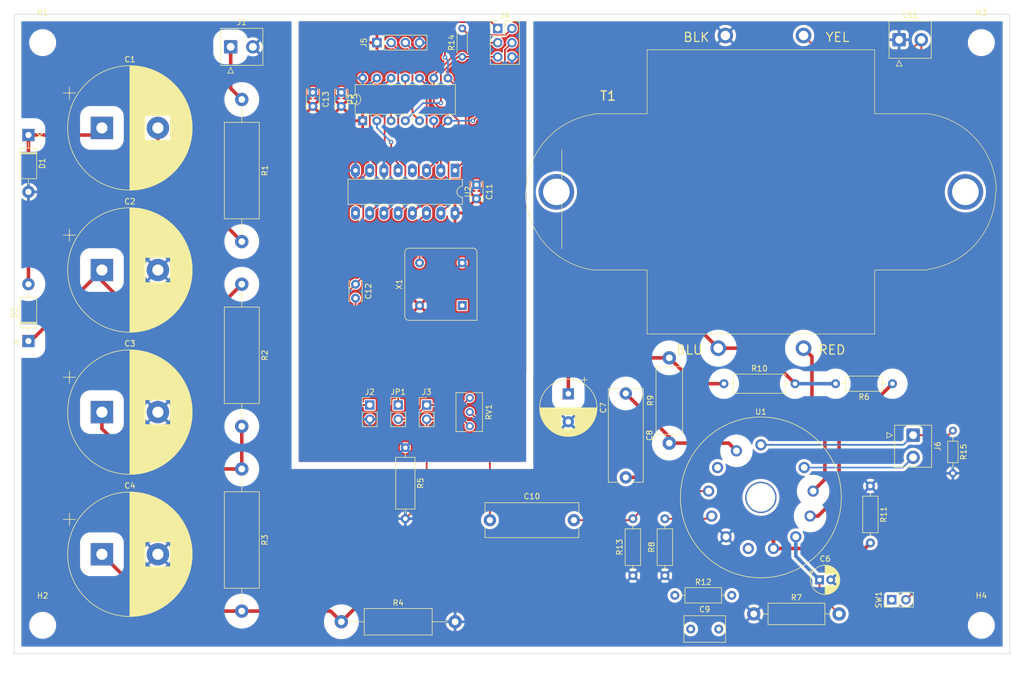
<source format=kicad_pcb>
(kicad_pcb (version 20221018) (generator pcbnew)
  (layers (0 "F.Cu" signal) (31 "B.Cu" signal) (34 "B.Paste" user) (35 "F.Paste" user) (36 "B.SilkS" user "B.Silkscreen") (37 "F.SilkS" user "F.Silkscreen") (38 "B.Mask" user) (39 "F.Mask" user) (44 "Edge.Cuts" user))
  (net 0 "")
  (net 1 "/HT_M1")
  (net 2 "/HTX")
  (net 3 "/HT_M2")
  (net 4 "Earth")
  (net 5 "/HT_M3")
  (net 6 "HT")
  (net 7 "/HT_IN")
  (net 8 "GND")
  (net 9 "+5V")
  (net 10 "Net-(J2-Pin_1)")
  (net 11 "Net-(JP1-A)")
  (net 12 "Net-(J3-Pin_1)")
  (net 13 "/MISO")
  (net 14 "VCC")
  (net 15 "/SCL")
  (net 16 "/MOSI")
  (net 17 "/nRESET")
  (net 18 "/RXD")
  (net 19 "/TXD")
  (net 20 "Net-(C10-Pad1)")
  (net 21 "Net-(U2-D0)")
  (net 23 "Net-(U2-nWE)")
  (net 24 "Net-(SW1-B)")
  (net 25 "Net-(U2-D7)")
  (net 26 "Net-(U2-D6)")
  (net 27 "Net-(U2-D5)")
  (net 28 "Net-(U2-D4)")
  (net 29 "/CLK")
  (net 31 "/HT_OUT")
  (net 32 "Net-(J6-Pin_1)")
  (net 33 "/HTP")
  (net 34 "Net-(U1A-G1)")
  (net 35 "Net-(U1A-K1)")
  (net 36 "Net-(U1B-G2)")
  (net 37 "Net-(U1B-K2)")
  (net 38 "/HTPRE")
  (net 39 "Net-(SW1-A)")
  (net 40 "Net-(J6-Pin_2)")
  (net 41 "/HT_G")
  (footprint "Resistor_THT:R_Axial_DIN0309_L9.0mm_D3.2mm_P12.70mm_Horizontal" (layer "F.Cu") (at 152.146 91.44)
    (fp_text reference "R10" (at 6.35 -2.72) (layer "F.SilkS"))
    (fp_text value "47k")
    (pad "1" thru_hole circle (at 0 0) (size 1.6 1.6) (drill 0.8) (layers "*.Cu" "*.Mask") (net 38 "/HTPRE"))
    (pad "2" thru_hole oval (at 12.7 0) (size 1.6 1.6) (drill 0.8) (layers "*.Cu" "*.Mask") (net 6 "HT"))
  )
  (footprint "Connector_PinHeader_2.54mm:PinHeader_2x03_P2.54mm_Vertical" (layer "F.Cu") (at 111.755 27.955)
    (fp_text reference "J4" (at 1.27 -2.33) (layer "F.SilkS"))
    (fp_text value "AVR-ISP-6")
    (pad "1" thru_hole rect (at 0 0) (size 1.7 1.7) (drill 1) (layers "*.Cu" "*.Mask") (net 13 "/MISO"))
    (pad "2" thru_hole oval (at 2.54 0) (size 1.7 1.7) (drill 1) (layers "*.Cu" "*.Mask") (net 14 "VCC"))
    (pad "3" thru_hole oval (at 0 2.54) (size 1.7 1.7) (drill 1) (layers "*.Cu" "*.Mask") (net 15 "/SCL"))
    (pad "4" thru_hole oval (at 2.54 2.54) (size 1.7 1.7) (drill 1) (layers "*.Cu" "*.Mask") (net 16 "/MOSI"))
    (pad "5" thru_hole oval (at 0 5.08) (size 1.7 1.7) (drill 1) (layers "*.Cu" "*.Mask") (net 17 "/nRESET"))
    (pad "6" thru_hole oval (at 2.54 5.08) (size 1.7 1.7) (drill 1) (layers "*.Cu" "*.Mask") (net 8 "GND"))
  )
  (footprint "Package_DIP:DIP-16_W7.62mm_LongPads" (layer "F.Cu") (at 104.125 53.325 -90)
    (fp_text reference "U2" (at 3.81 -2.33 90) (layer "F.SilkS"))
    (fp_text value "SN76489")
    (pad "1" thru_hole rect (at 0 0 270) (size 2.4 1.6) (drill 0.8) (layers "*.Cu" "*.Mask") (net 13 "/MISO"))
    (pad "2" thru_hole oval (at 0 2.54 270) (size 2.4 1.6) (drill 0.8) (layers "*.Cu" "*.Mask") (net 16 "/MOSI"))
    (pad "3" thru_hole oval (at 0 5.08 270) (size 2.4 1.6) (drill 0.8) (layers "*.Cu" "*.Mask") (net 21 "Net-(U2-D0)"))
    (pad "4" thru_hole oval (at 0 7.62 270) (size 2.4 1.6) (drill 0.8) (layers "*.Cu" "*.Mask"))
    (pad "5" thru_hole oval (at 0 10.16 270) (size 2.4 1.6) (drill 0.8) (layers "*.Cu" "*.Mask") (net 23 "Net-(U2-nWE)"))
    (pad "6" thru_hole oval (at 0 12.7 270) (size 2.4 1.6) (drill 0.8) (layers "*.Cu" "*.Mask") (net 8 "GND"))
    (pad "7" thru_hole oval (at 0 15.24 270) (size 2.4 1.6) (drill 0.8) (layers "*.Cu" "*.Mask") (net 10 "Net-(J2-Pin_1)"))
    (pad "8" thru_hole oval (at 0 17.78 270) (size 2.4 1.6) (drill 0.8) (layers "*.Cu" "*.Mask") (net 8 "GND"))
    (pad "9" thru_hole oval (at 7.62 17.78 270) (size 2.4 1.6) (drill 0.8) (layers "*.Cu" "*.Mask"))
    (pad "10" thru_hole oval (at 7.62 15.24 270) (size 2.4 1.6) (drill 0.8) (layers "*.Cu" "*.Mask") (net 25 "Net-(U2-D7)"))
    (pad "11" thru_hole oval (at 7.62 12.7 270) (size 2.4 1.6) (drill 0.8) (layers "*.Cu" "*.Mask") (net 26 "Net-(U2-D6)"))
    (pad "12" thru_hole oval (at 7.62 10.16 270) (size 2.4 1.6) (drill 0.8) (layers "*.Cu" "*.Mask") (net 27 "Net-(U2-D5)"))
    (pad "13" thru_hole oval (at 7.62 7.62 270) (size 2.4 1.6) (drill 0.8) (layers "*.Cu" "*.Mask") (net 28 "Net-(U2-D4)"))
    (pad "14" thru_hole oval (at 7.62 5.08 270) (size 2.4 1.6) (drill 0.8) (layers "*.Cu" "*.Mask") (net 29 "/CLK"))
    (pad "15" thru_hole oval (at 7.62 2.54 270) (size 2.4 1.6) (drill 0.8) (layers "*.Cu" "*.Mask") (net 15 "/SCL"))
    (pad "16" thru_hole oval (at 7.62 0 270) (size 2.4 1.6) (drill 0.8) (layers "*.Cu" "*.Mask") (net 9 "+5V"))
  )
  (footprint "Resistor_THT:R_Axial_DIN0617_L17.0mm_D6.0mm_P25.40mm_Horizontal" (layer "F.Cu") (at 66.04 106.68 -90)
    (fp_text reference "R3" (at 12.7 -4.12 90) (layer "F.SilkS"))
    (fp_text value "200 ohm 5W")
    (pad "1" thru_hole circle (at 0 0 270) (size 2.4 2.4) (drill 1.2) (layers "*.Cu" "*.Mask") (net 5 "/HT_M3"))
    (pad "2" thru_hole oval (at 25.4 0 270) (size 2.4 2.4) (drill 1.2) (layers "*.Cu" "*.Mask") (net 6 "HT"))
  )
  (footprint "Capacitor_THT:C_Disc_D3.4mm_W2.1mm_P2.50mm" (layer "F.Cu") (at 83.82 39.37 -90)
    (fp_text reference "C5" (at 1.25 -2.3 90) (layer "F.SilkS"))
    (fp_text value "0.1uF")
    (pad "1" thru_hole circle (at 0 0 270) (size 1.6 1.6) (drill 0.8) (layers "*.Cu" "*.Mask") (net 8 "GND"))
    (pad "2" thru_hole circle (at 2.5 0 270) (size 1.6 1.6) (drill 0.8) (layers "*.Cu" "*.Mask") (net 9 "+5V"))
  )
  (footprint "Connector_TE-Connectivity:TE_826576-2_1x02_P3.96mm_Vertical" (layer "F.Cu") (at 183.44 29.9625)
    (fp_text reference "LS1" (at 1.98 -4.4) (layer "F.SilkS"))
    (fp_text value "Speaker")
    (pad "1" thru_hole roundrect (at 0 0) (size 2.4 2.4) (drill 1.4) (layers "*.Cu" "*.Mask") (roundrect_rratio 0.104167) (net 4 "Earth"))
    (pad "2" thru_hole circle (at 3.96 0) (size 2.4 2.4) (drill 1.4) (layers "*.Cu" "*.Mask") (net 24 "Net-(SW1-B)"))
  )
  (footprint "Resistor_THT:R_Axial_DIN0617_L17.0mm_D6.0mm_P25.40mm_Horizontal" (layer "F.Cu") (at 66.04 40.64 -90)
    (fp_text reference "R1" (at 12.7 -4.12 90) (layer "F.SilkS"))
    (fp_text value "120 ohm 5W")
    (pad "1" thru_hole circle (at 0 0 270) (size 2.4 2.4) (drill 1.2) (layers "*.Cu" "*.Mask") (net 7 "/HT_IN"))
    (pad "2" thru_hole oval (at 25.4 0 270) (size 2.4 2.4) (drill 1.2) (layers "*.Cu" "*.Mask") (net 2 "/HTX"))
  )
  (footprint "my_trans:MPS-OT8SE" (layer "F.Cu") (at 158.75 57.15)
    (fp_text reference "T1" (at -27.305 -17.145 unlocked) (layer "F.SilkS") (effects (font (size 1.651 1.651) (thickness 0.2286))))
    (fp_text value "AES_PT-31")
    (fp_text user "BLK" (at -13.97 -26.67 unlocked) (layer "F.SilkS") (effects (font (size 1.651 1.651) (thickness 0.2032)) (justify left bottom)))
    (fp_text user "BLU" (at -15.24 29.21 unlocked) (layer "F.SilkS") (effects (font (size 1.651 1.651) (thickness 0.2032)) (justify left bottom)))
    (fp_text user "RED" (at 10.16 29.21 unlocked) (layer "F.SilkS") (effects (font (size 1.651 1.651) (thickness 0.2032)) (justify left bottom)))
    (fp_text user "YEL" (at 11.43 -26.67 unlocked) (layer "F.SilkS") (effects (font (size 1.651 1.651) (thickness 0.2032)) (justify left bottom)))
    (pad "1" thru_hole circle (at -7.62 27.94) (size 2.794 2.794) (drill 1.7018) (layers "*.Cu" "*.Mask") (net 6 "HT"))
    (pad "2" thru_hole circle (at 7.62 27.94) (size 2.794 2.794) (drill 1.7018) (layers "*.Cu" "*.Mask") (net 31 "/HT_OUT"))
    (pad "3" thru_hole circle (at -6.35 -27.94) (size 2.794 2.794) (drill 1.7018) (layers "*.Cu" "*.Mask") (net 4 "Earth"))
    (pad "4" thru_hole circle (at 7.62 -27.94) (size 2.794 2.794) (drill 1.7018) (layers "*.Cu" "*.Mask") (net 24 "Net-(SW1-B)"))
    (pad "5" thru_hole circle (at 36.5252 0) (size 6.35 6.35) (drill 4.7498) (layers "*.Cu" "*.Mask"))
    (pad "6" thru_hole circle (at -36.5252 0) (size 6.35 6.35) (drill 4.7498) (layers "*.Cu" "*.Mask"))
  )
  (footprint "Capacitor_THT:C_Disc_D3.4mm_W2.1mm_P2.50mm" (layer "F.Cu") (at 78.74 39.37 -90)
    (fp_text reference "C13" (at 1.25 -2.3 90) (layer "F.SilkS"))
    (fp_text value "2.2uF")
    (pad "1" thru_hole circle (at 0 0 270) (size 1.6 1.6) (drill 0.8) (layers "*.Cu" "*.Mask") (net 8 "GND"))
    (pad "2" thru_hole circle (at 2.5 0 270) (size 1.6 1.6) (drill 0.8) (layers "*.Cu" "*.Mask") (net 9 "+5V"))
  )
  (footprint "Connector_PinHeader_2.54mm:PinHeader_1x02_P2.54mm_Vertical" (layer "F.Cu") (at 88.9 95.25)
    (fp_text reference "J2" (at 0 -2.33) (layer "F.SilkS"))
    (fp_text value "Conn_01x02")
    (pad "1" thru_hole rect (at 0 0) (size 1.7 1.7) (drill 1) (layers "*.Cu" "*.Mask") (net 10 "Net-(J2-Pin_1)"))
    (pad "2" thru_hole oval (at 0 2.54) (size 1.7 1.7) (drill 1) (layers "*.Cu" "*.Mask") (net 8 "GND"))
  )
  (footprint "Connector_TE-Connectivity:TE_826576-2_1x02_P3.96mm_Vertical" (layer "F.Cu") (at 64.06 31.2325)
    (fp_text reference "J1" (at 1.98 -4.4) (layer "F.SilkS"))
    (fp_text value "Conn_01x02")
    (pad "1" thru_hole roundrect (at 0 0) (size 2.4 2.4) (drill 1.4) (layers "*.Cu" "*.Mask") (roundrect_rratio 0.104167) (net 7 "/HT_IN"))
    (pad "2" thru_hole circle (at 3.96 0) (size 2.4 2.4) (drill 1.4) (layers "*.Cu" "*.Mask") (net 4 "Earth"))
  )
  (footprint "Resistor_THT:R_Axial_DIN0617_L17.0mm_D6.0mm_P25.40mm_Horizontal" (layer "F.Cu") (at 66.04 73.66 -90)
    (fp_text reference "R2" (at 12.7 -4.12 90) (layer "F.SilkS"))
    (fp_text value "200 ohm 5W")
    (pad "1" thru_hole circle (at 0 0 270) (size 2.4 2.4) (drill 1.2) (layers "*.Cu" "*.Mask") (net 3 "/HT_M2"))
    (pad "2" thru_hole oval (at 25.4 0 270) (size 2.4 2.4) (drill 1.2) (layers "*.Cu" "*.Mask") (net 5 "/HT_M3"))
  )
  (footprint "Oscillator:Oscillator_DIP-8" (layer "F.Cu") (at 105.41 77.47 90)
    (fp_text reference "X1" (at 3.81 -11.26 90) (layer "F.SilkS"))
    (fp_text value "CXO_DIP8")
    (pad "1" thru_hole rect (at 0 0 90) (size 1.6 1.6) (drill 0.8) (layers "*.Cu" "*.Mask"))
    (pad "4" thru_hole circle (at 7.62 0 90) (size 1.6 1.6) (drill 0.8) (layers "*.Cu" "*.Mask") (net 8 "GND"))
    (pad "5" thru_hole circle (at 7.62 -7.62 90) (size 1.6 1.6) (drill 0.8) (layers "*.Cu" "*.Mask") (net 29 "/CLK"))
    (pad "8" thru_hole circle (at 0 -7.62 90) (size 1.6 1.6) (drill 0.8) (layers "*.Cu" "*.Mask") (net 9 "+5V"))
  )
  (footprint "Capacitor_THT:CP_Radial_D10.0mm_P5.00mm" (layer "F.Cu") (at 124.3584 93.2434 -90)
    (fp_text reference "C7" (at 2.5 -6.25 90) (layer "F.SilkS"))
    (fp_text value "10uF 450V")
    (pad "1" thru_hole rect (at 0 0 270) (size 2 2) (drill 1) (layers "*.Cu" "*.Mask") (net 38 "/HTPRE"))
    (pad "2" thru_hole circle (at 5 0 270) (size 2 2) (drill 1) (layers "*.Cu" "*.Mask") (net 4 "Earth"))
  )
  (footprint "Capacitor_THT:CP_Radial_D22.0mm_P10.00mm_SnapIn" (layer "F.Cu") (at 41.062169 71.12)
    (fp_text reference "C2" (at 5 -12.25) (layer "F.SilkS"))
    (fp_text value "100u 400V")
    (pad "1" thru_hole rect (at 0 0) (size 4 4) (drill 2) (layers "*.Cu" "*.Mask") (net 3 "/HT_M2"))
    (pad "2" thru_hole circle (at 10 0) (size 4 4) (drill 2) (layers "*.Cu" "*.Mask") (net 4 "Earth"))
  )
  (footprint "Package_DIP:DIP-14_W7.62mm" (layer "F.Cu") (at 87.625 44.44 90)
    (fp_text reference "U3" (at 3.81 -2.33 90) (layer "F.SilkS"))
    (fp_text value "ATtiny84A-P")
    (pad "1" thru_hole rect (at 0 0 90) (size 1.6 1.6) (drill 0.8) (layers "*.Cu" "*.Mask") (net 9 "+5V"))
    (pad "2" thru_hole oval (at 0 2.54 90) (size 1.6 1.6) (drill 0.8) (layers "*.Cu" "*.Mask") (net 23 "Net-(U2-nWE)"))
    (pad "3" thru_hole oval (at 0 5.08 90) (size 1.6 1.6) (drill 0.8) (layers "*.Cu" "*.Mask") (net 18 "/RXD"))
    (pad "4" thru_hole oval (at 0 7.62 90) (size 1.6 1.6) (drill 0.8) (layers "*.Cu" "*.Mask") (net 17 "/nRESET"))
    (pad "5" thru_hole oval (at 0 10.16 90) (size 1.6 1.6) (drill 0.8) (layers "*.Cu" "*.Mask") (net 19 "/TXD"))
    (pad "6" thru_hole oval (at 0 12.7 90) (size 1.6 1.6) (drill 0.8) (layers "*.Cu" "*.Mask") (net 21 "Net-(U2-D0)"))
    (pad "7" thru_hole oval (at 0 15.24 90) (size 1.6 1.6) (drill 0.8) (layers "*.Cu" "*.Mask") (net 16 "/MOSI"))
    (pad "8" thru_hole oval (at 7.62 15.24 90) (size 1.6 1.6) (drill 0.8) (layers "*.Cu" "*.Mask") (net 13 "/MISO"))
    (pad "9" thru_hole oval (at 7.62 12.7 90) (size 1.6 1.6) (drill 0.8) (layers "*.Cu" "*.Mask") (net 15 "/SCL"))
    (pad "10" thru_hole oval (at 7.62 10.16 90) (size 1.6 1.6) (drill 0.8) (layers "*.Cu" "*.Mask") (net 28 "Net-(U2-D4)"))
    (pad "11" thru_hole oval (at 7.62 7.62 90) (size 1.6 1.6) (drill 0.8) (layers "*.Cu" "*.Mask") (net 27 "Net-(U2-D5)"))
    (pad "12" thru_hole oval (at 7.62 5.08 90) (size 1.6 1.6) (drill 0.8) (layers "*.Cu" "*.Mask") (net 26 "Net-(U2-D6)"))
    (pad "13" thru_hole oval (at 7.62 2.54 90) (size 1.6 1.6) (drill 0.8) (layers "*.Cu" "*.Mask") (net 25 "Net-(U2-D7)"))
    (pad "14" thru_hole oval (at 7.62 0 90) (size 1.6 1.6) (drill 0.8) (layers "*.Cu" "*.Mask") (net 8 "GND"))
  )
  (footprint "Capacitor_THT:C_Rect_L16.5mm_W6.0mm_P15.00mm_MKT" (layer "F.Cu") (at 134.62 93.1786 -90)
    (fp_text reference "C8" (at 7.5 -4.25 90) (layer "F.SilkS"))
    (fp_text value "0.22uF 400V")
    (pad "1" thru_hole circle (at 0 0 270) (size 2.2 2.2) (drill 1.1) (layers "*.Cu" "*.Mask") (net 33 "/HTP"))
    (pad "2" thru_hole circle (at 15 0 270) (size 2.2 2.2) (drill 1.1) (layers "*.Cu" "*.Mask") (net 36 "Net-(U1B-G2)"))
  )
  (footprint "Resistor_THT:R_Axial_DIN0207_L6.3mm_D2.5mm_P10.16mm_Horizontal" (layer "F.Cu") (at 182.245 91.44 180)
    (fp_text reference "R6" (at 5.08 -2.37) (layer "F.SilkS"))
    (fp_text value "1K")
    (pad "1" thru_hole circle (at 0 0 180) (size 1.6 1.6) (drill 0.8) (layers "*.Cu" "*.Mask") (net 41 "/HT_G"))
    (pad "2" thru_hole oval (at 10.16 0 180) (size 1.6 1.6) (drill 0.8) (layers "*.Cu" "*.Mask") (net 6 "HT"))
  )
  (footprint "Capacitor_THT:C_Rect_L7.2mm_W4.5mm_P5.00mm_FKS2_FKP2_MKS2_MKP2" (layer "F.Cu") (at 146.217 135.2804)
    (fp_text reference "C9" (at 2.5 -3.5) (layer "F.SilkS"))
    (fp_text value "330pF 100V")
    (pad "1" thru_hole circle (at 0 0) (size 1.6 1.6) (drill 0.8) (layers "*.Cu" "*.Mask") (net 35 "Net-(U1A-K1)"))
    (pad "2" thru_hole circle (at 5 0) (size 1.6 1.6) (drill 0.8) (layers "*.Cu" "*.Mask") (net 39 "Net-(SW1-A)"))
  )
  (footprint "MountingHole:MountingHole_4.3mm_M4" (layer "F.Cu") (at 30.48 134.62)
    (fp_text reference "H2" (at 0 -5.3) (layer "F.SilkS"))
    (fp_text value "MountingHole")
    (pad "" np_thru_hole circle (at 0 0) (size 4.3 4.3) (drill 4.3) (layers "*.Cu" "*.Mask"))
  )
  (footprint "Diode_THT:D_DO-41_SOD81_P10.16mm_Horizontal" (layer "F.Cu") (at 27.94 46.99 -90)
    (fp_text reference "D1" (at 5.08 -2.47 90) (layer "F.SilkS"))
    (fp_text value "1N4007")
    (fp_text user "K" (at 0 -2.1 90) (layer "F.SilkS"))
    (pad "1" thru_hole rect (at 0 0 270) (size 2.2 2.2) (drill 1.1) (layers "*.Cu" "*.Mask") (net 1 "/HT_M1"))
    (pad "2" thru_hole oval (at 10.16 0 270) (size 2.2 2.2) (drill 1.1) (layers "*.Cu" "*.Mask") (net 4 "Earth"))
  )
  (footprint "MountingHole:MountingHole_4.3mm_M4" (layer "F.Cu") (at 30.48 30.48)
    (fp_text reference "H1" (at 0 -5.3) (layer "F.SilkS"))
    (fp_text value "MountingHole")
    (pad "" np_thru_hole circle (at 0 0) (size 4.3 4.3) (drill 4.3) (layers "*.Cu" "*.Mask"))
  )
  (footprint "Capacitor_THT:CP_Radial_D5.0mm_P2.00mm" (layer "F.Cu") (at 169.224887 126.492)
    (fp_text reference "C6" (at 1 -3.75) (layer "F.SilkS"))
    (fp_text value "100uF 16V")
    (pad "1" thru_hole rect (at 0 0) (size 1.6 1.6) (drill 0.8) (layers "*.Cu" "*.Mask") (net 37 "Net-(U1B-K2)"))
    (pad "2" thru_hole circle (at 2 0) (size 1.6 1.6) (drill 0.8) (layers "*.Cu" "*.Mask") (net 4 "Earth"))
  )
  (footprint "Resistor_THT:R_Axial_DIN0414_L11.9mm_D4.5mm_P15.24mm_Horizontal" (layer "F.Cu") (at 142.3924 102.0572 90)
    (fp_text reference "R9" (at 7.62 -3.37 90) (layer "F.SilkS"))
    (fp_text value "120K")
    (pad "1" thru_hole circle (at 0 0 90) (size 2.4 2.4) (drill 1.2) (layers "*.Cu" "*.Mask") (net 33 "/HTP"))
    (pad "2" thru_hole oval (at 15.24 0 90) (size 2.4 2.4) (drill 1.2) (layers "*.Cu" "*.Mask") (net 38 "/HTPRE"))
  )
  (footprint "my_tubes:Compactron_PCB" (layer "F.Cu") (at 158.75 111.76)
    (fp_text reference "U1" (at 0 -15.295) (layer "F.SilkS"))
    (fp_text value "6T9")
    (pad "1" thru_hole oval (at 0 -9.4) (size 2 2) (drill 1.2) (layers "*.Cu" "*.Mask") (net 32 "Net-(J6-Pin_1)"))
    (pad "2" thru_hole oval (at -4.368397 -8.323286) (size 2 2) (drill 1.2) (layers "*.Cu" "*.Mask") (net 33 "/HTP"))
    (pad "3" thru_hole oval (at -7.736048 -5.339808) (size 2 2) (drill 1.2) (layers "*.Cu" "*.Mask"))
    (pad "4" thru_hole oval (at -9.331463 -1.133044) (size 2 2) (drill 1.2) (layers "*.Cu" "*.Mask") (net 34 "Net-(U1A-G1)"))
    (pad "5" thru_hole oval (at -8.789152 3.333285) (size 2 2) (drill 1.2) (layers "*.Cu" "*.Mask") (net 35 "Net-(U1A-K1)"))
    (pad "6" thru_hole oval (at -6.233352 7.036001) (size 2 2) (drill 1.2) (layers "*.Cu" "*.Mask") (net 4 "Earth"))
    (pad "7" thru_hole oval (at -2.249567 9.126853) (size 2 2) (drill 1.2) (layers "*.Cu" "*.Mask"))
    (pad "8" thru_hole oval (at 2.249567 9.126853) (size 2 2) (drill 1.2) (layers "*.Cu" "*.Mask") (net 36 "Net-(U1B-G2)"))
    (pad "9" thru_hole oval (at 6.233352 7.036001) (size 2 2) (drill 1.2) (layers "*.Cu" "*.Mask") (net 37 "Net-(U1B-K2)"))
    (pad "10" thru_hole oval (at 8.789152 3.333285) (size 2 2) (drill 1.2) (layers "*.Cu" "*.Mask") (net 41 "/HT_G"))
    (pad "11" thru_hole oval (at 9.331463 -1.133044) (size 2 2) (drill 1.2) (layers "*.Cu" "*.Mask") (net 31 "/HT_OUT"))
    (pad "12" thru_hole oval (at 7.736048 -5.339808) (size 2 2) (drill 1.2) (layers "*.Cu" "*.Mask") (net 40 "Net-(J6-Pin_2)"))
    (pad "13" thru_hole circle (at 0 0) (size 5.588 5.588) (drill 5.08) (layers "*.Cu" "*.Mask"))
  )
  (footprint "Resistor_THT:R_Axial_DIN0414_L11.9mm_D4.5mm_P20.32mm_Horizontal" (layer "F.Cu") (at 83.82 133.985)
    (fp_text reference "R4" (at 10.16 -3.37) (layer "F.SilkS"))
    (fp_text value "47k 2W")
    (pad "1" thru_hole circle (at 0 0) (size 2.4 2.4) (drill 1.2) (layers "*.Cu" "*.Mask") (net 6 "HT"))
    (pad "2" thru_hole oval (at 20.32 0) (size 2.4 2.4) (drill 1.2) (layers "*.Cu" "*.Mask") (net 4 "Earth"))
  )
  (footprint "Capacitor_THT:CP_Radial_D22.0mm_P10.00mm_SnapIn" (layer "F.Cu") (at 41.062169 96.52)
    (fp_text reference "C3" (at 5 -12.25) (layer "F.SilkS"))
    (fp_text value "100u 400V")
    (pad "1" thru_hole rect (at 0 0) (size 4 4) (drill 2) (layers "*.Cu" "*.Mask") (net 5 "/HT_M3"))
    (pad "2" thru_hole circle (at 10 0) (size 4 4) (drill 2) (layers "*.Cu" "*.Mask") (net 4 "Earth"))
  )
  (footprint "MountingHole:MountingHole_4.3mm_M4" (layer "F.Cu") (at 198.12 30.48)
    (fp_text reference "H3" (at 0 -5.3) (layer "F.SilkS"))
    (fp_text value "MountingHole")
    (pad "" np_thru_hole circle (at 0 0) (size 4.3 4.3) (drill 4.3) (layers "*.Cu" "*.Mask"))
  )
  (footprint "Diode_THT:D_DO-41_SOD81_P10.16mm_Horizontal" (layer "F.Cu") (at 27.94 83.82 90)
    (fp_text reference "D2" (at 5.08 -2.47 90) (layer "F.SilkS"))
    (fp_text value "1N4007")
    (fp_text user "K" (at 0 -2.1 90) (layer "F.SilkS"))
    (pad "1" thru_hole rect (at 0 0 90) (size 2.2 2.2) (drill 1.1) (layers "*.Cu" "*.Mask") (net 3 "/HT_M2"))
    (pad "2" thru_hole oval (at 10.16 0 90) (size 2.2 2.2) (drill 1.1) (layers "*.Cu" "*.Mask") (net 1 "/HT_M1"))
  )
  (footprint "Connector_TE-Connectivity:TE_826576-2_1x02_P3.96mm_Vertical" (layer "F.Cu") (at 185.9375 100.636 -90)
    (fp_text reference "J6" (at 1.98 -4.4 90) (layer "F.SilkS"))
    (fp_text value "Conn_01x02")
    (pad "1" thru_hole roundrect (at 0 0 270) (size 2.4 2.4) (drill 1.4) (layers "*.Cu" "*.Mask") (roundrect_rratio 0.104167) (net 32 "Net-(J6-Pin_1)"))
    (pad "2" thru_hole circle (at 3.96 0 270) (size 2.4 2.4) (drill 1.4) (layers "*.Cu" "*.Mask") (net 40 "Net-(J6-Pin_2)"))
  )
  (footprint "Resistor_THT:R_Axial_DIN0207_L6.3mm_D2.5mm_P10.16mm_Horizontal" (layer "F.Cu") (at 141.605 125.73 90)
    (fp_text reference "R8" (at 5.08 -2.37 90) (layer "F.SilkS"))
    (fp_text value "2.2K")
    (pad "1" thru_hole circle (at 0 0 90) (size 1.6 1.6) (drill 0.8) (layers "*.Cu" "*.Mask") (net 4 "Earth"))
    (pad "2" thru_hole oval (at 10.16 0 90) (size 1.6 1.6) (drill 0.8) (layers "*.Cu" "*.Mask") (net 35 "Net-(U1A-K1)"))
  )
  (footprint "Potentiometer_THT:Potentiometer_Bourns_3266Y_Vertical" (layer "F.Cu") (at 106.755 99.045 -90)
    (fp_text reference "RV1" (at -2.54 -3.41 90) (layer "F.SilkS"))
    (fp_text value "100k_audio")
    (pad "1" thru_hole circle (at 0 0 270) (size 1.44 1.44) (drill 0.8) (layers "*.Cu" "*.Mask") (net 4 "Earth"))
    (pad "2" thru_hole circle (at -2.54 0 270) (size 1.44 1.44) (drill 0.8) (layers "*.Cu" "*.Mask") (net 20 "Net-(C10-Pad1)"))
    (pad "3" thru_hole circle (at -5.08 0 270) (size 1.44 1.44) (drill 0.8) (layers "*.Cu" "*.Mask") (net 12 "Net-(J3-Pin_1)"))
  )
  (footprint "Connector_PinHeader_2.54mm:PinHeader_1x02_P2.54mm_Vertical" (layer "F.Cu") (at 93.98 95.25)
    (fp_text reference "JP1" (at 0 -2.33) (layer "F.SilkS"))
    (fp_text value "JP2")
    (pad "1" thru_hole rect (at 0 0) (size 1.7 1.7) (drill 1) (layers "*.Cu" "*.Mask") (net 11 "Net-(JP1-A)"))
    (pad "2" thru_hole oval (at 0 2.54) (size 1.7 1.7) (drill 1) (layers "*.Cu" "*.Mask") (net 12 "Net-(J3-Pin_1)"))
  )
  (footprint "Capacitor_THT:CP_Radial_D22.0mm_P10.00mm_SnapIn" (layer "F.Cu") (at 41.062169 45.72)
    (fp_text reference "C1" (at 5 -12.25) (layer "F.SilkS"))
    (fp_text value "100u 400V")
    (pad "1" thru_hole rect (at 0 0) (size 4 4) (drill 2) (layers "*.Cu" "*.Mask") (net 1 "/HT_M1"))
    (pad "2" thru_hole circle (at 10 0) (size 4 4) (drill 2) (layers "*.Cu" "*.Mask") (net 2 "/HTX"))
  )
  (footprint "Resistor_THT:R_Axial_DIN0207_L6.3mm_D2.5mm_P10.16mm_Horizontal" (layer "F.Cu") (at 178.308 109.728 -90)
    (fp_text reference "R11" (at 5.08 -2.37 90) (layer "F.SilkS"))
    (fp_text value "470K")
    (pad "1" thru_hole circle (at 0 0 270) (size 1.6 1.6) (drill 0.8) (layers "*.Cu" "*.Mask") (net 4 "Earth"))
    (pad "2" thru_hole oval (at 10.16 0 270) (size 1.6 1.6) (drill 0.8) (layers "*.Cu" "*.Mask") (net 36 "Net-(U1B-G2)"))
  )
  (footprint "Resistor_THT:R_Axial_DIN0309_L9.0mm_D3.2mm_P12.70mm_Horizontal" (layer "F.Cu") (at 95.25 102.87 -90)
    (fp_text reference "R5" (at 6.35 -2.72 90) (layer "F.SilkS"))
    (fp_text value "1")
    (pad "1" thru_hole circle (at 0 0 270) (size 1.6 1.6) (drill 0.8) (layers "*.Cu" "*.Mask") (net 8 "GND"))
    (pad "2" thru_hole oval (at 12.7 0 270) (size 1.6 1.6) (drill 0.8) (layers "*.Cu" "*.Mask") (net 4 "Earth"))
  )
  (footprint "Connector_PinHeader_2.54mm:PinHeader_1x02_P2.54mm_Vertical" (layer "F.Cu") (at 99.06 95.25)
    (fp_text reference "J3" (at 0 -2.33) (layer "F.SilkS"))
    (fp_text value "Conn_01x02")
    (pad "1" thru_hole rect (at 0 0) (size 1.7 1.7) (drill 1) (layers "*.Cu" "*.Mask") (net 12 "Net-(J3-Pin_1)"))
    (pad "2" thru_hole oval (at 0 2.54) (size 1.7 1.7) (drill 1) (layers "*.Cu" "*.Mask") (net 4 "Earth"))
  )
  (footprint "Resistor_THT:R_Axial_DIN0204_L3.6mm_D1.6mm_P5.08mm_Horizontal" (layer "F.Cu") (at 105.41 33.02 90)
    (fp_text reference "R14" (at 2.54 -1.92 90) (layer "F.SilkS"))
    (fp_text value "10k")
    (pad "1" thru_hole circle (at 0 0 90) (size 1.4 1.4) (drill 0.7) (layers "*.Cu" "*.Mask") (net 17 "/nRESET"))
    (pad "2" thru_hole oval (at 5.08 0 90) (size 1.4 1.4) (drill 0.7) (layers "*.Cu" "*.Mask") (net 14 "VCC"))
  )
  (footprint "Resistor_THT:R_Axial_DIN0204_L3.6mm_D1.6mm_P7.62mm_Horizontal" (layer "F.Cu") (at 193.04 99.822 -90)
    (fp_text reference "R15" (at 3.81 -1.92 90) (layer "F.SilkS"))
    (fp_text value "330")
    (pad "1" thru_hole circle (at 0 0 270) (size 1.4 1.4) (drill 0.7) (layers "*.Cu" "*.Mask") (net 32 "Net-(J6-Pin_1)"))
    (pad "2" thru_hole oval (at 7.62 0 270) (size 1.4 1.4) (drill 0.7) (layers "*.Cu" "*.Mask") (net 4 "Earth"))
  )
  (footprint "Capacitor_THT:C_Disc_D3.4mm_W2.1mm_P2.50mm" (layer "F.Cu") (at 86.36 73.66 -90)
    (fp_text reference "C12" (at 1.25 -2.3 90) (layer "F.SilkS"))
    (fp_text value "0.1uF")
    (pad "1" thru_hole circle (at 0 0 270) (size 1.6 1.6) (drill 0.8) (layers "*.Cu" "*.Mask") (net 10 "Net-(J2-Pin_1)"))
    (pad "2" thru_hole circle (at 2.5 0 270) (size 1.6 1.6) (drill 0.8) (layers "*.Cu" "*.Mask") (net 11 "Net-(JP1-A)"))
  )
  (footprint "Connector_PinHeader_2.54mm:PinHeader_1x02_P2.54mm_Vertical" (layer "F.Cu") (at 182.113 130.048 90)
    (fp_text reference "SW1" (at 0 -2.33 90) (layer "F.SilkS"))
    (fp_text value "SW_SPST")
    (pad "1" thru_hole rect (at 0 0 90) (size 1.7 1.7) (drill 1) (layers "*.Cu" "*.Mask") (net 39 "Net-(SW1-A)"))
    (pad "2" thru_hole oval (at 0 2.54 90) (size 1.7 1.7) (drill 1) (layers "*.Cu" "*.Mask") (net 24 "Net-(SW1-B)"))
  )
  (footprint "Capacitor_THT:C_Rect_L16.5mm_W6.0mm_P15.00mm_MKT" (layer "F.Cu") (at 110.356 115.824)
    (fp_text reference "C10" (at 7.5 -4.25) (layer "F.SilkS"))
    (fp_text value "0.22uF 400V")
    (pad "1" thru_hole circle (at 0 0) (size 2.2 2.2) (drill 1.1) (layers "*.Cu" "*.Mask") (net 20 "Net-(C10-Pad1)"))
    (pad "2" thru_hole circle (at 15 0) (size 2.2 2.2) (drill 1.1) (layers "*.Cu" "*.Mask") (net 34 "Net-(U1A-G1)"))
  )
  (footprint "Resistor_THT:R_Axial_DIN0207_L6.3mm_D2.5mm_P10.16mm_Horizontal" (layer "F.Cu") (at 135.89 125.73 90)
    (fp_text reference "R13" (at 5.08 -2.37 90) (layer "F.SilkS"))
    (fp_text value "270k")
    (pad "1" thru_hole circle (at 0 0 90) (size 1.6 1.6) (drill 0.8) (layers "*.Cu" "*.Mask") (net 4 "Earth"))
    (pad "2" thru_hole oval (at 10.16 0 90) (size 1.6 1.6) (drill 0.8) (layers "*.Cu" "*.Mask") (net 34 "Net-(U1A-G1)"))
  )
  (footprint "Connector_PinHeader_2.54mm:PinHeader_1x04_P2.54mm_Vertical" (layer "F.Cu") (at 90.17 30.48 90)
    (fp_text reference "J5" (at 0 -2.33 90) (layer "F.SilkS"))
    (fp_text value "Conn_01x04")
    (pad "1" thru_hole rect (at 0 0 90) (size 1.7 1.7) (drill 1) (layers "*.Cu" "*.Mask") (net 9 "+5V"))
    (pad "2" thru_hole oval (at 0 2.54 90) (size 1.7 1.7) (drill 1) (layers "*.Cu" "*.Mask") (net 18 "/RXD"))
    (pad "3" thru_hole oval (at 0 5.08 90) (size 1.7 1.7) (drill 1) (layers "*.Cu" "*.Mask") (net 19 "/TXD"))
    (pad "4" thru_hole oval (at 0 7.62 90) (size 1.7 1.7) (drill 1) (layers "*.Cu" "*.Mask") (net 8 "GND"))
  )
  (footprint "Capacitor_THT:C_Disc_D3.4mm_W2.1mm_P2.50mm" (layer "F.Cu") (at 107.95 55.88 -90)
    (fp_text reference "C11" (at 1.25 -2.3 90) (layer "F.SilkS"))
    (fp_text value "0.1uF")
    (pad "1" thru_hole circle (at 0 0 270) (size 1.6 1.6) (drill 0.8) (layers "*.Cu" "*.Mask") (net 8 "GND"))
    (pad "2" thru_hole circle (at 2.5 0 270) (size 1.6 1.6) (drill 0.8) (layers "*.Cu" "*.Mask") (net 9 "+5V"))
  )
  (footprint "Resistor_THT:R_Axial_DIN0411_L9.9mm_D3.6mm_P15.24mm_Horizontal" (layer "F.Cu") (at 157.48 132.588)
    (fp_text reference "R7" (at 7.62 -2.92) (layer "F.SilkS"))
    (fp_text value "270 1W")
    (pad "1" thru_hole circle (at 0 0) (size 2.4 2.4) (drill 1.2) (layers "*.Cu" "*.Mask") (net 4 "Earth"))
    (pad "2" thru_hole oval (at 15.24 0) (size 2.4 2.4) (drill 1.2) (layers "*.Cu" "*.Mask") (net 37 "Net-(U1B-K2)"))
  )
  (footprint "MountingHole:MountingHole_4.3mm_M4" (layer "F.Cu") (at 198.12 134.62)
    (fp_text reference "H4" (at 0 -5.3) (layer "F.SilkS"))
    (fp_text value "MountingHole")
    (pad "" np_thru_hole circle (at 0 0) (size 4.3 4.3) (drill 4.3) (layers "*.Cu" "*.Mask"))
  )
  (footprint "Resistor_THT:R_Axial_DIN0207_L6.3mm_D2.5mm_P10.16mm_Horizontal" (layer "F.Cu") (at 143.383 129.2606)
    (fp_text reference "R12" (at 5.08 -2.37) (layer "F.SilkS"))
    (fp_text value "33K")
    (pad "1" thru_hole circle (at 0 0) (size 1.6 1.6) (drill 0.8) (layers "*.Cu" "*.Mask") (net 35 "Net-(U1A-K1)"))
    (pad "2" thru_hole oval (at 10.16 0) (size 1.6 1.6) (drill 0.8) (layers "*.Cu" "*.Mask") (net 39 "Net-(SW1-A)"))
  )
  (footprint "Capacitor_THT:CP_Radial_D22.0mm_P10.00mm_SnapIn" (layer "F.Cu") (at 41.062169 121.92)
    (fp_text reference "C4" (at 5 -12.25) (layer "F.SilkS"))
    (fp_text value "100u 400V")
    (pad "1" thru_hole rect (at 0 0) (size 4 4) (drill 2) (layers "*.Cu" "*.Mask") (net 6 "HT"))
    (pad "2" thru_hole circle (at 10 0) (size 4 4) (drill 2) (layers "*.Cu" "*.Mask") (net 4 "Earth"))
  )
  (gr_line (start 25.4 139.7) (end 25.4 25.4) (stroke (width 0.1)) (layer "Edge.Cuts"))
  (gr_line (start 203.2 25.4) (end 203.2 139.7) (stroke (width 0.1)) (layer "Edge.Cuts"))
  (gr_line (start 25.4 25.4) (end 203.2 25.4) (stroke (width 0.1)) (layer "Edge.Cuts"))
  (gr_line (start 203.2 139.7) (end 25.4 139.7) (stroke (width 0.1)) (layer "Edge.Cuts"))
  (segment (start 27.94 69.596) (end 27.94 73.66) (width 0.635) (layer "F.Cu") (net 1))
  (segment (start 33.528 56.896) (end 33.528 64.008) (width 0.635) (layer "F.Cu") (net 1))
  (segment (start 27.94 51.308) (end 33.528 56.896) (width 0.635) (layer "F.Cu") (net 1))
  (segment (start 39.792169 46.99) (end 41.062169 45.72) (width 0.635) (layer "F.Cu") (net 1))
  (segment (start 27.94 46.99) (end 39.792169 46.99) (width 0.635) (layer "F.Cu") (net 1))
  (segment (start 27.94 46.99) (end 27.94 51.308) (width 0.635) (layer "F.Cu") (net 1))
  (segment (start 33.528 64.008) (end 27.94 69.596) (width 0.635) (layer "F.Cu") (net 1))
  (segment (start 51.062169 51.062169) (end 66.04 66.04) (width 0.635) (layer "F.Cu") (net 2))
  (segment (start 51.062169 45.72) (end 51.062169 51.062169) (width 0.635) (layer "F.Cu") (net 2))
  (segment (start 41.062169 73.066169) (end 46.736 78.74) (width 0.635) (layer "F.Cu") (net 3))
  (segment (start 28.362169 83.82) (end 41.062169 71.12) (width 0.635) (layer "F.Cu") (net 3))
  (segment (start 46.736 78.74) (end 60.96 78.74) (width 0.635) (layer "F.Cu") (net 3))
  (segment (start 41.062169 71.12) (end 41.062169 73.066169) (width 0.635) (layer "F.Cu") (net 3))
  (segment (start 60.96 78.74) (end 66.04 73.66) (width 0.635) (layer "F.Cu") (net 3))
  (segment (start 27.94 83.82) (end 28.362169 83.82) (width 0.635) (layer "F.Cu") (net 3))
  (segment (start 105.5 97.79) (end 106.755 99.045) (width 0.3048) (layer "F.Cu") (net 4))
  (segment (start 99.06 97.79) (end 99.06 111.76) (width 0.3048) (layer "F.Cu") (net 4))
  (segment (start 99.06 97.79) (end 105.5 97.79) (width 0.3048) (layer "F.Cu") (net 4))
  (segment (start 99.06 111.76) (end 95.25 115.57) (width 0.3048) (layer "F.Cu") (net 4))
  (segment (start 41.062169 96.52) (end 41.062169 99.482169) (width 0.635) (layer "F.Cu") (net 5))
  (segment (start 48.26 106.68) (end 66.04 106.68) (width 0.635) (layer "F.Cu") (net 5))
  (segment (start 66.04 99.06) (end 66.04 106.68) (width 0.635) (layer "F.Cu") (net 5))
  (segment (start 41.062169 99.482169) (end 48.26 106.68) (width 0.635) (layer "F.Cu") (net 5))
  (segment (start 111.76 124.968) (end 92.837 124.968) (width 0.635) (layer "F.Cu") (net 6))
  (segment (start 151.13 85.09) (end 158.496 85.09) (width 0.635) (layer "F.Cu") (net 6))
  (segment (start 51.222169 132.08) (end 66.04 132.08) (width 0.635) (layer "F.Cu") (net 6))
  (segment (start 41.062169 121.92) (end 51.222169 132.08) (width 0.635) (layer "F.Cu") (net 6))
  (segment (start 118.4402 118.2878) (end 111.76 124.968) (width 0.635) (layer "F.Cu") (net 6))
  (segment (start 81.915 132.08) (end 83.82 133.985) (width 0.635) (layer "F.Cu") (net 6))
  (segment (start 158.496 85.09) (end 164.846 91.44) (width 0.635) (layer "F.Cu") (net 6))
  (segment (start 145.796 79.756) (end 129.54 79.756) (width 0.635) (layer "F.Cu") (net 6))
  (segment (start 151.13 85.09) (end 145.796 79.756) (width 0.635) (layer "F.Cu") (net 6))
  (segment (start 66.04 132.08) (end 81.915 132.08) (width 0.635) (layer "F.Cu") (net 6))
  (segment (start 92.837 124.968) (end 83.82 133.985) (width 0.635) (layer "F.Cu") (net 6))
  (segment (start 118.4402 90.8558) (end 118.4402 118.2878) (width 0.635) (layer "F.Cu") (net 6))
  (segment (start 129.54 79.756) (end 118.4402 90.8558) (width 0.635) (layer "F.Cu") (net 6))
  (segment (start 164.846 91.44) (end 172.085 91.44) (width 0.635) (layer "B.Cu") (net 6))
  (segment (start 64.06 31.2325) (end 64.06 38.66) (width 0.635) (layer "F.Cu") (net 7))
  (segment (start 64.06 38.66) (end 66.04 40.64) (width 0.635) (layer "F.Cu") (net 7))
  (segment (start 86.36 73.66) (end 83.82 76.2) (width 0.3048) (layer "F.Cu") (net 10))
  (segment (start 87.76 60.04026) (end 87.7326 60.06766) (width 0.3048) (layer "F.Cu") (net 10))
  (segment (start 83.82 76.2) (end 83.82 91.44) (width 0.3048) (layer "F.Cu") (net 10))
  (segment (start 83.82 91.44) (end 87.63 95.25) (width 0.3048) (layer "F.Cu") (net 10))
  (segment (start 87.76 54.45) (end 87.76 60.04026) (width 0.3048) (layer "F.Cu") (net 10))
  (segment (start 87.7326 60.06766) (end 87.7326 61.82234) (width 0.3048) (layer "F.Cu") (net 10))
  (segment (start 87.376 62.17894) (end 87.376 72.644) (width 0.3048) (layer "F.Cu") (net 10))
  (segment (start 87.376 72.644) (end 86.36 73.66) (width 0.3048) (layer "F.Cu") (net 10))
  (segment (start 88.885 53.325) (end 87.76 54.45) (width 0.3048) (layer "F.Cu") (net 10))
  (segment (start 87.7326 61.82234) (end 87.376 62.17894) (width 0.3048) (layer "F.Cu") (net 10))
  (segment (start 87.63 95.25) (end 88.9 95.25) (width 0.3048) (layer "F.Cu") (net 10))
  (segment (start 93.98 90.17) (end 93.98 95.25) (width 0.3048) (layer "F.Cu") (net 11))
  (segment (start 86.36 82.55) (end 93.98 90.17) (width 0.3048) (layer "F.Cu") (net 11))
  (segment (start 86.36 76.16) (end 86.36 82.55) (width 0.3048) (layer "F.Cu") (net 11))
  (segment (start 99.06 95.25) (end 105.47 95.25) (width 0.3048) (layer "F.Cu") (net 12))
  (segment (start 93.98 97.79) (end 96.52 97.79) (width 0.3048) (layer "F.Cu") (net 12))
  (segment (start 96.52 97.79) (end 99.06 95.25) (width 0.3048) (layer "F.Cu") (net 12))
  (segment (start 105.47 95.25) (end 106.755 93.965) (width 0.3048) (layer "F.Cu") (net 12))
  (segment (start 104.2416 26.8224) (end 102.321992 28.742008) (width 0.3048) (layer "F.Cu") (net 13))
  (segment (start 102.865 36.82) (end 106.045 40) (width 0.3048) (layer "F.Cu") (net 13))
  (segment (start 102.321992 28.742008) (end 102.321992 33.106992) (width 0.3048) (layer "F.Cu") (net 13))
  (segment (start 106.045 51.405) (end 104.125 53.325) (width 0.3048) (layer "F.Cu") (net 13))
  (segment (start 106.045 40) (end 106.045 51.405) (width 0.3048) (layer "F.Cu") (net 13))
  (segment (start 111.755 27.955) (end 110.6224 26.8224) (width 0.3048) (layer "F.Cu") (net 13))
  (segment (start 110.6224 26.8224) (end 104.2416 26.8224) (width 0.3048) (layer "F.Cu") (net 13))
  (via (at 102.321992 33.106992) (size 0.8) (drill 0.4) (layers "F.Cu" "B.Cu") (net 13))
  (segment (start 102.865 36.82) (end 102.865 33.65) (width 0.3048) (layer "B.Cu") (net 13))
  (segment (start 102.865 33.65) (end 102.321992 33.106992) (width 0.3048) (layer "B.Cu") (net 13))
  (segment (start 110.58 29.1574) (end 110.5526 29.13) (width 0.3048) (layer "F.Cu") (net 14))
  (segment (start 110.5526 29.13) (end 106.6 29.13) (width 0.3048) (layer "F.Cu") (net 14))
  (segment (start 113.0926 29.1574) (end 110.58 29.1574) (width 0.3048) (layer "F.Cu") (net 14))
  (segment (start 114.295 27.955) (end 113.0926 29.1574) (width 0.3048) (layer "F.Cu") (net 14))
  (segment (start 106.6 29.13) (end 105.41 27.94) (width 0.3048) (layer "F.Cu") (net 14))
  (segment (start 101.278984 42.05) (end 102.373604 42.05) (width 0.3048) (layer "F.Cu") (net 15))
  (segment (start 103 49.4) (end 103 51.7726) (width 0.3048) (layer "F.Cu") (net 15))
  (segment (start 105.395 30.495) (end 103.505 32.385) (width 0.3048) (layer "F.Cu") (net 15))
  (segment (start 100.325 36.327) (end 100.325 36.82) (width 0.3048) (layer "F.Cu") (net 15))
  (segment (start 102.9726 51.8) (end 102.9726 54.85) (width 0.3048) (layer "F.Cu") (net 15))
  (segment (start 104.775 47.625) (end 103 49.4) (width 0.3048) (layer "F.Cu") (net 15))
  (segment (start 100.325 36.82) (end 100.325 41.096016) (width 0.3048) (layer "F.Cu") (net 15))
  (segment (start 103 51.7726) (end 102.9726 51.8) (width 0.3048) (layer "F.Cu") (net 15))
  (segment (start 103.505 33.147) (end 100.325 36.327) (width 0.3048) (layer "F.Cu") (net 15))
  (segment (start 104.775 44.451396) (end 104.775 47.625) (width 0.3048) (layer "F.Cu") (net 15))
  (segment (start 103 54.8774) (end 103 59.53) (width 0.3048) (layer "F.Cu") (net 15))
  (segment (start 103.505 32.385) (end 103.505 33.147) (width 0.3048) (layer "F.Cu") (net 15))
  (segment (start 103 59.53) (end 101.585 60.945) (width 0.3048) (layer "F.Cu") (net 15))
  (segment (start 102.9726 54.85) (end 103 54.8774) (width 0.3048) (layer "F.Cu") (net 15))
  (segment (start 111.755 30.495) (end 105.395 30.495) (width 0.3048) (layer "F.Cu") (net 15))
  (segment (start 102.373604 42.05) (end 104.775 44.451396) (width 0.3048) (layer "F.Cu") (net 15))
  (segment (start 100.325 41.096016) (end 101.278984 42.05) (width 0.3048) (layer "F.Cu") (net 15))
  (segment (start 114.295 30.495) (end 113.03 31.76) (width 0.3048) (layer "F.Cu") (net 16))
  (segment (start 102.865 44.44) (end 101.585 45.72) (width 0.3048) (layer "F.Cu") (net 16))
  (segment (start 101.585 45.72) (end 101.585 53.325) (width 0.3048) (layer "F.Cu") (net 16))
  (segment (start 113.03 38.735) (end 107.315 44.45) (width 0.3048) (layer "F.Cu") (net 16))
  (segment (start 113.03 31.76) (end 113.03 38.735) (width 0.3048) (layer "F.Cu") (net 16))
  (via (at 107.315 44.45) (size 0.8) (drill 0.4) (layers "F.Cu" "B.Cu") (net 16))
  (segment (start 107.315 44.45) (end 107.305 44.44) (width 0.3048) (layer "B.Cu") (net 16))
  (segment (start 107.305 44.44) (end 102.865 44.44) (width 0.3048) (layer "B.Cu") (net 16))
  (segment (start 105.41 33.02) (end 111.74 33.02) (width 0.3048) (layer "F.Cu") (net 17))
  (segment (start 111.74 33.02) (end 111.755 33.035) (width 0.3048) (layer "F.Cu") (net 17))
  (segment (start 104.607004 33.02) (end 101.6 36.027004) (width 0.3048) (layer "F.Cu") (net 17))
  (segment (start 105.41 33.02) (end 104.607004 33.02) (width 0.3048) (layer "F.Cu") (net 17))
  (segment (start 101.6 36.027004) (end 101.6 41.275) (width 0.3048) (layer "F.Cu") (net 17))
  (via (at 101.6 41.275) (size 0.8) (drill 0.4) (layers "F.Cu" "B.Cu") (net 17))
  (segment (start 98.41 41.275) (end 95.245 44.44) (width 0.3048) (layer "B.Cu") (net 17))
  (segment (start 101.6 41.275) (end 98.41 41.275) (width 0.3048) (layer "B.Cu") (net 17))
  (segment (start 92.71 30.48) (end 93.98 31.75) (width 0.3048) (layer "F.Cu") (net 18))
  (segment (start 92.705 41.28) (end 92.705 44.44) (width 0.3048) (layer "F.Cu") (net 18))
  (segment (start 93.98 40.005) (end 92.705 41.28) (width 0.3048) (layer "F.Cu") (net 18))
  (segment (start 93.98 31.75) (end 93.98 40.005) (width 0.3048) (layer "F.Cu") (net 18))
  (segment (start 96.52 31.75) (end 96.52 43.175) (width 0.3048) (layer "F.Cu") (net 19))
  (segment (start 95.25 30.48) (end 96.52 31.75) (width 0.3048) (layer "F.Cu") (net 19))
  (segment (start 96.52 43.175) (end 97.785 44.44) (width 0.3048) (layer "F.Cu") (net 19))
  (segment (start 106.755 96.505) (end 110.356 100.106) (width 0.3048) (layer "F.Cu") (net 20))
  (segment (start 110.356 100.106) (end 110.356 115.824) (width 0.3048) (layer "F.Cu") (net 20))
  (segment (start 100.325 52.045) (end 99.045 53.325) (width 0.3048) (layer "F.Cu") (net 21))
  (segment (start 100.325 44.44) (end 100.325 52.045) (width 0.3048) (layer "F.Cu") (net 21))
  (segment (start 93.965 53.325) (end 93.965 52.055) (width 0.3048) (layer "F.Cu") (net 23))
  (segment (start 93.965 52.055) (end 92.71 50.8) (width 0.3048) (layer "F.Cu") (net 23))
  (segment (start 92.71 50.8) (end 92.71 48.26) (width 0.3048) (layer "F.Cu") (net 23))
  (via (at 92.71 48.26) (size 0.8) (drill 0.4) (layers "F.Cu" "B.Cu") (net 23))
  (segment (start 92.71 48.26) (end 90.165 45.715) (width 0.3048) (layer "B.Cu") (net 23))
  (segment (start 90.165 45.715) (end 90.165 44.44) (width 0.3048) (layer "B.Cu") (net 23))
  (segment (start 197.612 95.504) (end 197.612 117.089) (width 0.3048) (layer "F.Cu") (net 24))
  (segment (start 187.4 85.292) (end 197.612 95.504) (width 0.3048) (layer "F.Cu") (net 24))
  (segment (start 173.228 36.068) (end 181.2945 36.068) (width 0.3048) (layer "F.Cu") (net 24))
  (segment (start 181.2945 36.068) (end 187.4 29.9625) (width 0.3048) (layer "F.Cu") (net 24))
  (segment (start 197.612 117.089) (end 184.653 130.048) (width 0.3048) (layer "F.Cu") (net 24))
  (segment (start 166.37 29.21) (end 173.228 36.068) (width 0.3048) (layer "F.Cu") (net 24))
  (segment (start 187.4 29.9625) (end 187.4 85.292) (width 0.3048) (layer "F.Cu") (net 24))
  (segment (start 88.9 38.085) (end 88.9 51.31026) (width 0.3048) (layer "F.Cu") (net 25))
  (segment (start 88.9 51.31026) (end 90.0374 52.44766) (width 0.3048) (layer "F.Cu") (net 25))
  (segment (start 90.165 36.82) (end 88.9 38.085) (width 0.3048) (layer "F.Cu") (net 25))
  (segment (start 90.0374 52.44766) (end 90.0374 59.7926) (width 0.3048) (layer "F.Cu") (net 25))
  (segment (start 90.0374 59.7926) (end 88.885 60.945) (width 0.3048) (layer "F.Cu") (net 25))
  (segment (start 92.5774 59.7926) (end 91.425 60.945) (width 0.3048) (layer "F.Cu") (net 26))
  (segment (start 91.5526 43.96266) (end 91.5526 51.42286) (width 0.3048) (layer "F.Cu") (net 26))
  (segment (start 92.5774 52.44766) (end 92.5774 59.7926) (width 0.3048) (layer "F.Cu") (net 26))
  (segment (start 91.5526 51.42286) (end 92.5774 52.44766) (width 0.3048) (layer "F.Cu") (net 26))
  (segment (start 92.705 36.82) (end 91.58 37.945) (width 0.3048) (layer "F.Cu") (net 26))
  (segment (start 91.58 37.945) (end 91.58 43.93526) (width 0.3048) (layer "F.Cu") (net 26))
  (segment (start 91.58 43.93526) (end 91.5526 43.96266) (width 0.3048) (layer "F.Cu") (net 26))
  (segment (start 93.98 43.647004) (end 93.98 51.31026) (width 0.3048) (layer "F.Cu") (net 27))
  (segment (start 95.25 59.66) (end 93.965 60.945) (width 0.3048) (layer "F.Cu") (net 27))
  (segment (start 95.245 36.82) (end 95.245 42.382004) (width 0.3048) (layer "F.Cu") (net 27))
  (segment (start 95.25 52.58026) (end 95.25 59.66) (width 0.3048) (layer "F.Cu") (net 27))
  (segment (start 93.98 51.31026) (end 95.25 52.58026) (width 0.3048) (layer "F.Cu") (net 27))
  (segment (start 95.245 42.382004) (end 93.98 43.647004) (width 0.3048) (layer "F.Cu") (net 27))
  (segment (start 97.785 36.82) (end 99.06 38.095) (width 0.3048) (layer "F.Cu") (net 28))
  (segment (start 97.6574 52.18873) (end 97.6574 59.7926) (width 0.3048) (layer "F.Cu") (net 28))
  (segment (start 99.06 50.78613) (end 97.6574 52.18873) (width 0.3048) (layer "F.Cu") (net 28))
  (segment (start 97.6574 59.7926) (end 96.505 60.945) (width 0.3048) (layer "F.Cu") (net 28))
  (segment (start 99.06 38.095) (end 99.06 50.78613) (width 0.3048) (layer "F.Cu") (net 28))
  (segment (start 97.79 69.85) (end 97.79 62.2) (width 0.3048) (layer "F.Cu") (net 29))
  (segment (start 97.79 62.2) (end 99.045 60.945) (width 0.3048) (layer "F.Cu") (net 29))
  (segment (start 166.37 85.09) (end 167.8685 86.5885) (width 0.635) (layer "F.Cu") (net 31))
  (segment (start 167.8685 86.5885) (end 167.8685 99.2885) (width 0.635) (layer "F.Cu") (net 31))
  (segment (start 167.8685 99.2885) (end 170.18 101.6) (width 0.635) (layer "F.Cu") (net 31))
  (segment (start 170.18 108.528419) (end 168.081463 110.626956) (width 0.635) (layer "F.Cu") (net 31))
  (segment (start 170.18 101.6) (end 170.18 108.528419) (width 0.635) (layer "F.Cu") (net 31))
  (segment (start 185.9375 100.636) (end 192.226 100.636) (width 0.3048) (layer "F.Cu") (net 32))
  (segment (start 192.226 100.636) (end 193.04 99.822) (width 0.3048) (layer "F.Cu") (net 32))
  (segment (start 184.2135 102.36) (end 185.9375 100.636) (width 0.3048) (layer "B.Cu") (net 32))
  (segment (start 158.75 102.36) (end 184.2135 102.36) (width 0.3048) (layer "B.Cu") (net 32))
  (segment (start 134.62 93.1786) (end 142.3924 100.951) (width 0.635) (layer "F.Cu") (net 33))
  (segment (start 153.002089 102.0572) (end 154.381603 103.436714) (width 0.635) (layer "F.Cu") (net 33))
  (segment (start 142.3924 102.0572) (end 153.002089 102.0572) (width 0.635) (layer "F.Cu") (net 33))
  (segment (start 142.3924 100.951) (end 142.3924 102.0572) (width 0.635) (layer "F.Cu") (net 33))
  (segment (start 140.833044 110.626956) (end 149.418537 110.626956) (width 0.3048) (layer "F.Cu") (net 34))
  (segment (start 125.356 115.824) (end 135.636 115.824) (width 0.3048) (layer "F.Cu") (net 34))
  (segment (start 135.636 115.824) (end 135.89 115.57) (width 0.3048) (layer "F.Cu") (net 34))
  (segment (start 135.89 115.57) (end 140.833044 110.626956) (width 0.3048) (layer "F.Cu") (net 34))
  (segment (start 141.605 115.57) (end 149.484133 115.57) (width 0.3048) (layer "F.Cu") (net 35))
  (segment (start 149.484133 115.57) (end 149.960848 115.093285) (width 0.3048) (layer "F.Cu") (net 35))
  (segment (start 149.705527 108.1786) (end 160.999567 119.47264) (width 0.635) (layer "F.Cu") (net 36))
  (segment (start 134.62 108.1786) (end 149.705527 108.1786) (width 0.635) (layer "F.Cu") (net 36))
  (segment (start 177.309147 120.886853) (end 160.999567 120.886853) (width 0.635) (layer "F.Cu") (net 36))
  (segment (start 178.308 119.888) (end 177.309147 120.886853) (width 0.635) (layer "F.Cu") (net 36))
  (segment (start 160.999567 119.47264) (end 160.999567 120.886853) (width 0.635) (layer "F.Cu") (net 36))
  (segment (start 169.224887 126.492) (end 169.224887 129.092887) (width 0.3048) (layer "F.Cu") (net 37))
  (segment (start 169.224887 129.092887) (end 172.72 132.588) (width 0.3048) (layer "F.Cu") (net 37))
  (segment (start 164.983352 122.250465) (end 169.224887 126.492) (width 0.635) (layer "B.Cu") (net 37))
  (segment (start 164.983352 118.796001) (end 164.983352 122.250465) (width 0.635) (layer "B.Cu") (net 37))
  (segment (start 147.0152 91.44) (end 152.146 91.44) (width 0.635) (layer "F.Cu") (net 38))
  (segment (start 142.3924 86.8172) (end 147.0152 91.44) (width 0.635) (layer "F.Cu") (net 38))
  (segment (start 124.3584 90.3224) (end 127.8636 86.8172) (width 0.635) (layer "F.Cu") (net 38))
  (segment (start 124.3584 93.2434) (end 124.3584 90.3224) (width 0.635) (layer "F.Cu") (net 38))
  (segment (start 127.8636 86.8172) (end 142.3924 86.8172) (width 0.635) (layer "F.Cu") (net 38))
  (segment (start 184.113308 106.420192) (end 185.9375 104.596) (width 0.3048) (layer "B.Cu") (net 40))
  (segment (start 166.486048 106.420192) (end 184.113308 106.420192) (width 0.3048) (layer "B.Cu") (net 40))
  (segment (start 168.953365 115.093285) (end 172.72 111.32665) (width 0.635) (layer "F.Cu") (net 41))
  (segment (start 167.539152 115.093285) (end 168.953365 115.093285) (width 0.635) (layer "F.Cu") (net 41))
  (segment (start 172.72 111.32665) (end 172.72 100.965) (width 0.635) (layer "F.Cu") (net 41))
  (segment (start 172.72 100.965) (end 182.245 91.44) (width 0.635) (layer "F.Cu") (net 41))
  (zone (net 9) (net_name "+5V") (layer "F.Cu") (priority 2) (connect_pads (clearance 0.1778)) (min_thickness 0.25) (fill yes (thermal_gap 0.5) (thermal_bridge_width 0.5))
    (polygon (pts (xy 76.2 22.86) (xy 116.84 22.86) (xy 116.84 105.41) (xy 76.2 105.41)))
  )
  (zone (net 8) (net_name "GND") (layer "B.Cu") (priority 1) (connect_pads (clearance 0.5)) (min_thickness 0.25) (fill yes (thermal_gap 0.5) (thermal_bridge_width 0.5))
    (polygon (pts (xy 76.2 22.86) (xy 76.2 105.41) (xy 116.84 105.41) (xy 116.84 22.86)))
  )
  (zone (net 4) (net_name "Earth") (layer "B.Cu") (connect_pads (clearance 0.5)) (min_thickness 0.25) (fill yes (thermal_gap 0.5) (thermal_bridge_width 0.5))
    (polygon (pts (xy 22.86 22.86) (xy 74.93 22.86) (xy 74.93 106.68) (xy 118.11 106.68) (xy 118.11 22.86) (xy 205.74 22.86) (xy 205.74 143.51) (xy 22.86 143.51)))
  )
)
</source>
